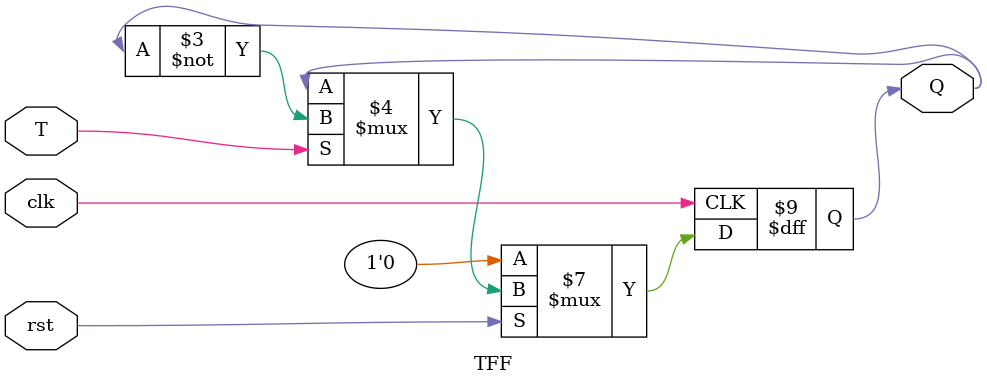
<source format=v>
module TFF
(
	T,
	clk,
	Q,
	rst
);

	input T, clk, rst;
	output reg Q;

	always @(posedge clk)
	begin
	if(~rst)
		Q <= 1'b0;
	else if(T)
		Q <= ~Q;
	end

endmodule


</source>
